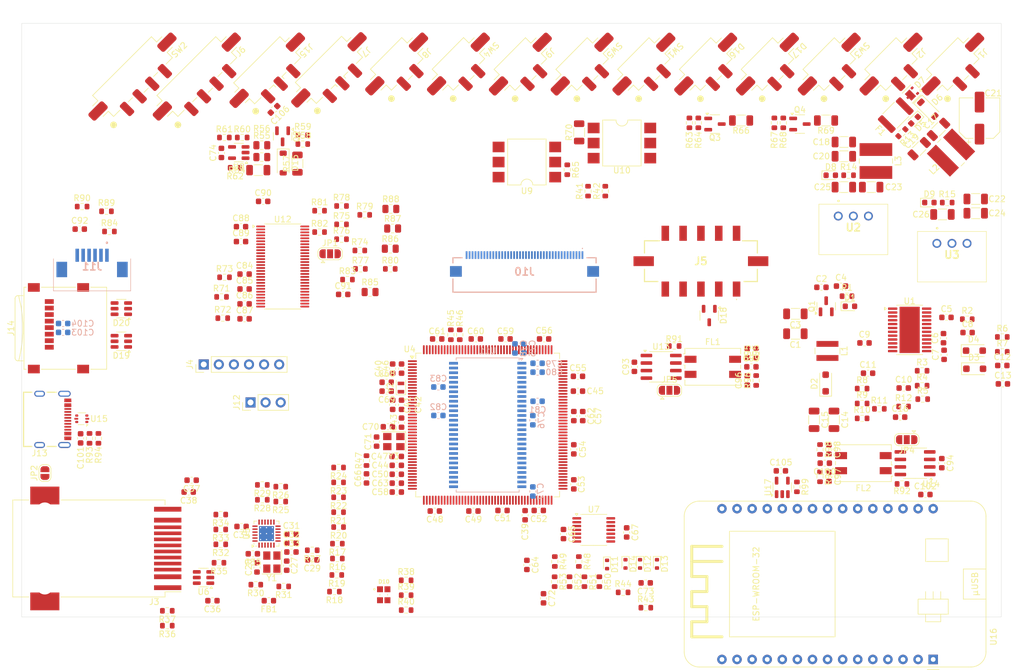
<source format=kicad_pcb>
(kicad_pcb
	(version 20240108)
	(generator "pcbnew")
	(generator_version "8.0")
	(general
		(thickness 1.6)
		(legacy_teardrops no)
	)
	(paper "A4")
	(layers
		(0 "F.Cu" signal)
		(1 "In1.Cu" power)
		(2 "In2.Cu" power)
		(31 "B.Cu" signal)
		(32 "B.Adhes" user "B.Adhesive")
		(33 "F.Adhes" user "F.Adhesive")
		(34 "B.Paste" user)
		(35 "F.Paste" user)
		(36 "B.SilkS" user "B.Silkscreen")
		(37 "F.SilkS" user "F.Silkscreen")
		(38 "B.Mask" user)
		(39 "F.Mask" user)
		(40 "Dwgs.User" user "User.Drawings")
		(41 "Cmts.User" user "User.Comments")
		(42 "Eco1.User" user "User.Eco1")
		(43 "Eco2.User" user "User.Eco2")
		(44 "Edge.Cuts" user)
		(45 "Margin" user)
		(46 "B.CrtYd" user "B.Courtyard")
		(47 "F.CrtYd" user "F.Courtyard")
		(48 "B.Fab" user)
		(49 "F.Fab" user)
		(50 "User.1" user)
		(51 "User.2" user)
		(52 "User.3" user)
		(53 "User.4" user)
		(54 "User.5" user)
		(55 "User.6" user)
		(56 "User.7" user)
		(57 "User.8" user)
		(58 "User.9" user)
	)
	(setup
		(stackup
			(layer "F.SilkS"
				(type "Top Silk Screen")
			)
			(layer "F.Paste"
				(type "Top Solder Paste")
			)
			(layer "F.Mask"
				(type "Top Solder Mask")
				(thickness 0.01)
			)
			(layer "F.Cu"
				(type "copper")
				(thickness 0.035)
			)
			(layer "dielectric 1"
				(type "prepreg")
				(thickness 0.1)
				(material "FR4")
				(epsilon_r 4.5)
				(loss_tangent 0.02)
			)
			(layer "In1.Cu"
				(type "copper")
				(thickness 0.035)
			)
			(layer "dielectric 2"
				(type "core")
				(thickness 1.24)
				(material "FR4")
				(epsilon_r 4.5)
				(loss_tangent 0.02)
			)
			(layer "In2.Cu"
				(type "copper")
				(thickness 0.035)
			)
			(layer "dielectric 3"
				(type "prepreg")
				(thickness 0.1)
				(material "FR4")
				(epsilon_r 4.5)
				(loss_tangent 0.02)
			)
			(layer "B.Cu"
				(type "copper")
				(thickness 0.035)
			)
			(layer "B.Mask"
				(type "Bottom Solder Mask")
				(thickness 0.01)
			)
			(layer "B.Paste"
				(type "Bottom Solder Paste")
			)
			(layer "B.SilkS"
				(type "Bottom Silk Screen")
			)
			(copper_finish "None")
			(dielectric_constraints no)
		)
		(pad_to_mask_clearance 0)
		(allow_soldermask_bridges_in_footprints no)
		(pcbplotparams
			(layerselection 0x00010fc_ffffffff)
			(plot_on_all_layers_selection 0x0000000_00000000)
			(disableapertmacros no)
			(usegerberextensions no)
			(usegerberattributes yes)
			(usegerberadvancedattributes yes)
			(creategerberjobfile yes)
			(dashed_line_dash_ratio 12.000000)
			(dashed_line_gap_ratio 3.000000)
			(svgprecision 4)
			(plotframeref no)
			(viasonmask no)
			(mode 1)
			(useauxorigin no)
			(hpglpennumber 1)
			(hpglpenspeed 20)
			(hpglpendiameter 15.000000)
			(pdf_front_fp_property_popups yes)
			(pdf_back_fp_property_popups yes)
			(dxfpolygonmode yes)
			(dxfimperialunits yes)
			(dxfusepcbnewfont yes)
			(psnegative no)
			(psa4output no)
			(plotreference yes)
			(plotvalue yes)
			(plotfptext yes)
			(plotinvisibletext no)
			(sketchpadsonfab no)
			(subtractmaskfromsilk no)
			(outputformat 1)
			(mirror no)
			(drillshape 1)
			(scaleselection 1)
			(outputdirectory "")
		)
	)
	(net 0 "")
	(net 1 "+3V3_FER")
	(net 2 "Earth")
	(net 3 "/Ethernet/LED_G")
	(net 4 "/Ethernet/LED_Y")
	(net 5 "GND")
	(net 6 "+3V3")
	(net 7 "+5V")
	(net 8 "/Power/3V3_Display")
	(net 9 "Net-(C5-Pad2)")
	(net 10 "Net-(U1-COMP)")
	(net 11 "Net-(U1-C1+)")
	(net 12 "Net-(U1-C1-)")
	(net 13 "Net-(U1-C2+)")
	(net 14 "Net-(U1-C2-)")
	(net 15 "Net-(U1-DRV)")
	(net 16 "Net-(U1-FB1)")
	(net 17 "Net-(U1-REF)")
	(net 18 "Net-(U1-VCOMIN)")
	(net 19 "+24V")
	(net 20 "Net-(U3-VI)")
	(net 21 "Net-(U2-VI)")
	(net 22 "/Peripherals/V_{ref}")
	(net 23 "Net-(D1-A)")
	(net 24 "Net-(D15-K)")
	(net 25 "/IEC_Charging_Circuit/CP")
	(net 26 "/IEC_Charging_Circuit/PP")
	(net 27 "Net-(J10-Pin_1)")
	(net 28 "/Core/EV_Start_Charging")
	(net 29 "/Display/LCD_VGL")
	(net 30 "Net-(Q1-B)")
	(net 31 "Net-(Q2-G)")
	(net 32 "Net-(U1-FB3)")
	(net 33 "Net-(U1-FB2)")
	(net 34 "/IEC_Charging_Circuit/PWM_SENSE")
	(net 35 "/Core/Charging_Point_PWM")
	(net 36 "/Core/~{IMD_Error_LED}")
	(net 37 "/SDRAM/D9")
	(net 38 "/SDRAM/A11")
	(net 39 "/Core/~{AMS_Error_LED}")
	(net 40 "/SDRAM/D0")
	(net 41 "unconnected-(U4B-PC13-Pad8)")
	(net 42 "unconnected-(U4B-PD4-Pad146)")
	(net 43 "/Core/PCAP_RST")
	(net 44 "/Display/B5")
	(net 45 "unconnected-(U4B-PI8-Pad7)")
	(net 46 "/SDRAM/D14")
	(net 47 "/SDRAM/D2")
	(net 48 "/SDRAM/D4")
	(net 49 "/Core/OSC_in")
	(net 50 "/Core/SWCLK")
	(net 51 "unconnected-(U4B-PG3-Pad107)")
	(net 52 "/Display/R2")
	(net 53 "/SDRAM/A3")
	(net 54 "/SDRAM/D13")
	(net 55 "/Core/LCD_Reset")
	(net 56 "/Display/R0")
	(net 57 "/SDRAM/A2")
	(net 58 "/Display/R7")
	(net 59 "/Display/B4")
	(net 60 "/Core/AMS_Reset_in")
	(net 61 "/Core/AMS_Reset_out")
	(net 62 "/Core/SDC_out")
	(net 63 "/SDRAM/A0")
	(net 64 "unconnected-(U4B-PF8-Pad26)")
	(net 65 "/SDRAM/SDNE0")
	(net 66 "/Core/SWDIO")
	(net 67 "/SDRAM/A10")
	(net 68 "unconnected-(U4B-PC10-Pad139)")
	(net 69 "/Display/G0")
	(net 70 "/SDRAM/BA0")
	(net 71 "/Ethernet/RMII_TX_EN")
	(net 72 "/Core/NRST")
	(net 73 "/SDRAM/D12")
	(net 74 "/SDRAM/NBL0")
	(net 75 "/Display/B0")
	(net 76 "unconnected-(U4B-PD3-Pad145)")
	(net 77 "/Display/G2")
	(net 78 "/Display/R1")
	(net 79 "unconnected-(U4B-PI9-Pad11)")
	(net 80 "/SDRAM/SDNWE")
	(net 81 "/Ethernet/RMII_RXD1")
	(net 82 "/SDRAM/A9")
	(net 83 "/SDRAM/D11")
	(net 84 "unconnected-(U4B-PI6-Pad175)")
	(net 85 "/Display/DE")
	(net 86 "/Display/G3")
	(net 87 "/Display/CLK")
	(net 88 "/Peripherals/USART_RX")
	(net 89 "unconnected-(U4B-PB5-Pad163)")
	(net 90 "unconnected-(U4B-PI3-Pad134)")
	(net 91 "/Peripherals/USB_OTG_VBUS")
	(net 92 "/SDRAM/A4")
	(net 93 "/Display/B3")
	(net 94 "/Peripherals/SDMMC_D0")
	(net 95 "/SDRAM/D15")
	(net 96 "/SDRAM/D3")
	(net 97 "/Display/G4")
	(net 98 "/SDRAM/A7")
	(net 99 "/SDRAM/A12")
	(net 100 "Net-(U4F-BOOT0)")
	(net 101 "unconnected-(U4B-PD7-Pad151)")
	(net 102 "/Display/G7")
	(net 103 "/Core/LED_B")
	(net 104 "/Ethernet/RMII_MDIO")
	(net 105 "/Display/G1")
	(net 106 "/Display/R6")
	(net 107 "/SDRAM/D6")
	(net 108 "/SDRAM/A1")
	(net 109 "/SDRAM/D8")
	(net 110 "/Display/B6")
	(net 111 "/Display/R4")
	(net 112 "/Core/OSC_out")
	(net 113 "unconnected-(U4B-PA15-Pad138)")
	(net 114 "/SDRAM/A5")
	(net 115 "/Display/G6")
	(net 116 "/Peripherals/ESP_RX")
	(net 117 "unconnected-(U4B-PF9-Pad27)")
	(net 118 "/Display/G5")
	(net 119 "/Core/LED_G")
	(net 120 "/Display/R5")
	(net 121 "unconnected-(U4B-PE2-Pad1)")
	(net 122 "/Ethernet/RMII_TXD1")
	(net 123 "/SDRAM/D5")
	(net 124 "/Peripherals/SDMMC_CMD")
	(net 125 "/SDRAM/D1")
	(net 126 "Net-(U4A-VREF+)")
	(net 127 "/Display/B1")
	(net 128 "/Display/B7")
	(net 129 "unconnected-(U4B-PD11-Pad99)")
	(net 130 "/Ethernet/RMII_MDC")
	(net 131 "unconnected-(U4B-PE3-Pad2)")
	(net 132 "/Core/OSC32_in")
	(net 133 "/SDRAM/SDCLK")
	(net 134 "/Peripherals/USART_TX")
	(net 135 "unconnected-(U4B-PA10-Pad121)")
	(net 136 "/Core/LED_R")
	(net 137 "/SDRAM/SDCKE0")
	(net 138 "/Ethernet/RMII_RXD0")
	(net 139 "unconnected-(U4B-PC11-Pad140)")
	(net 140 "/Ethernet/RMII_CRS_DV")
	(net 141 "/Core/TRACESWO")
	(net 142 "/Display/HSYNC")
	(net 143 "/Ethernet/RMII_TXD0")
	(net 144 "/SDRAM/D10")
	(net 145 "/SDRAM/SDNCAS")
	(net 146 "/Display/R3")
	(net 147 "/Core/OSC32_out")
	(net 148 "/Display/VSYNC")
	(net 149 "/SDRAM/D7")
	(net 150 "unconnected-(U4B-PG9-Pad152)")
	(net 151 "/SDRAM/BA1")
	(net 152 "/SDRAM/SDNRAS")
	(net 153 "/SDRAM/A6")
	(net 154 "/SDRAM/NBL1")
	(net 155 "/Display/B2")
	(net 156 "/Ethernet/RMII_REF_CLK")
	(net 157 "/SDRAM/A8")
	(net 158 "unconnected-(U4B-PB2-Pad58)")
	(net 159 "/Ethernet/XTAL2")
	(net 160 "/Ethernet/XTAL1")
	(net 161 "/Peripherals/ESP_TX")
	(net 162 "/Peripherals/STM_CAN_TX")
	(net 163 "/Peripherals/STM_CAN_RX")
	(net 164 "/Peripherals/SDMMC_CK")
	(net 165 "/Peripherals/ESP_CAN_RX")
	(net 166 "/SDC_and_SCS/RSD_in")
	(net 167 "/SDC_and_SCS/RSD_out")
	(net 168 "/Core/CANH")
	(net 169 "/Core/CANL")
	(net 170 "/Peripherals/ESP_CAN_TX")
	(net 171 "/Display/LCD_VGH")
	(net 172 "Net-(D5-A)")
	(net 173 "Net-(D9-A)")
	(net 174 "/Core/SDC_in")
	(net 175 "Net-(Q3-G)")
	(net 176 "Net-(Q4-G)")
	(net 177 "/Core/SDC_enable")
	(net 178 "/Display/I2C_SDA")
	(net 179 "/Display/I2C_SCL")
	(net 180 "/Display/LCD_SELB")
	(net 181 "VDD")
	(net 182 "/Display/LCD_STBYB")
	(net 183 "Net-(J1-Pin_1)")
	(net 184 "/Display/LCD_U{slash}D")
	(net 185 "/Display/LCD_L{slash}R")
	(net 186 "/Display/RXIN0-")
	(net 187 "/Display/RXCLKIN+")
	(net 188 "/Display/RXIN0+")
	(net 189 "/Display/RXIN2-")
	(net 190 "/Display/RXIN1-")
	(net 191 "/Display/RXIN2+")
	(net 192 "/Display/RXIN3+")
	(net 193 "/Display/RXIN3-")
	(net 194 "/Display/RXIN1+")
	(net 195 "/Display/RXCLKIN-")
	(net 196 "Net-(J2-Pin_1)")
	(net 197 "Net-(U4F-PDR_ON)")
	(net 198 "/Peripherals/SDMMC_D1")
	(net 199 "/Peripherals/SDMMC_D2")
	(net 200 "/Peripherals/SDMMC_D3")
	(net 201 "/Core/SDC_Voltage")
	(net 202 "/Core/TSAL_Green")
	(net 203 "/Core/TS_on")
	(net 204 "/Peripherals/USB_OTG_DP")
	(net 205 "/Peripherals/USB_OTG_DN")
	(net 206 "/Peripherals/D-")
	(net 207 "/Peripherals/D+")
	(net 208 "/Core/PCAP_Int")
	(net 209 "/Display/LCD_VDD")
	(net 210 "/Core/Encoder_push")
	(net 211 "/Core/Encoder_A")
	(net 212 "/Core/Encoder_B")
	(net 213 "/Ethernet/RXN")
	(net 214 "/Ethernet/TXN")
	(net 215 "/Ethernet/RXP")
	(net 216 "/Ethernet/TXP")
	(net 217 "/Core/SDC_on")
	(net 218 "/Core/EncB_on")
	(net 219 "/Core/EncPush_on")
	(net 220 "/Core/EncA_on")
	(net 221 "Net-(D16-A)")
	(net 222 "Net-(D16-K)")
	(net 223 "Net-(D17-K)")
	(net 224 "Net-(D17-A)")
	(net 225 "/Display/LCD_AVDD")
	(net 226 "/Display/VCOM")
	(net 227 "Net-(D6-K)")
	(net 228 "unconnected-(U4B-PH9-Pad86)")
	(net 229 "unconnected-(U4B-PH6-Pad83)")
	(net 230 "unconnected-(U4B-PH7-Pad84)")
	(net 231 "Net-(D3-A)")
	(net 232 "Net-(U5-~{RST})")
	(net 233 "Net-(U5-VDDCR)")
	(net 234 "Net-(C39-Pad1)")
	(net 235 "Net-(C45-Pad1)")
	(net 236 "Net-(D11-K)")
	(net 237 "Net-(D12-K)")
	(net 238 "Net-(D13-K)")
	(net 239 "Net-(D14-K)")
	(net 240 "Net-(U15-VBUS)")
	(net 241 "Net-(D2-A)")
	(net 242 "Net-(D8-A)")
	(net 243 "Net-(D10-BK)")
	(net 244 "Net-(D10-GK)")
	(net 245 "Net-(D10-RK)")
	(net 246 "Net-(D11-A)")
	(net 247 "Net-(U13-CANH)")
	(net 248 "Net-(U13-CANL)")
	(net 249 "Net-(U14-CANH)")
	(net 250 "Net-(U14-CANL)")
	(net 251 "Net-(J3-Pad11)")
	(net 252 "Net-(J3-Pad2)")
	(net 253 "unconnected-(J3-NC-Pad9)")
	(net 254 "Net-(J5-Pin_2)")
	(net 255 "Net-(J8-Pin_1)")
	(net 256 "unconnected-(J10-Pin_27-Pad27)")
	(net 257 "unconnected-(J10-Pin_36-Pad36)")
	(net 258 "Net-(J10-Pin_35)")
	(net 259 "unconnected-(J10-Pin_24-Pad24)")
	(net 260 "unconnected-(J10-Pin_26-Pad26)")
	(net 261 "unconnected-(J10-Pin_4-Pad4)")
	(net 262 "Net-(J10-Pin_38)")
	(net 263 "unconnected-(J10-Pin_23-Pad23)")
	(net 264 "Net-(J10-Pin_29)")
	(net 265 "unconnected-(J10-Pin_37-Pad37)")
	(net 266 "unconnected-(J13-SBU2-PadB8)")
	(net 267 "unconnected-(J13-SBU1-PadA8)")
	(net 268 "unconnected-(J13-CC2-PadB5)")
	(net 269 "unconnected-(J13-CC1-PadA5)")
	(net 270 "Net-(J15-Pin_2)")
	(net 271 "Net-(JP4-C)")
	(net 272 "Net-(JP5-C)")
	(net 273 "Net-(R3-Pad2)")
	(net 274 "Net-(R8-Pad2)")
	(net 275 "Net-(U5-TXD0)")
	(net 276 "Net-(U5-TXD1)")
	(net 277 "Net-(U5-TXEN)")
	(net 278 "Net-(U5-RXD0{slash}MODE0)")
	(net 279 "Net-(U5-RXD1{slash}MODE1)")
	(net 280 "Net-(U5-CRS_DV{slash}MODE2)")
	(net 281 "Net-(U5-MDIO)")
	(net 282 "Net-(U5-MDC)")
	(net 283 "Net-(U5-~{INT}{slash}REFCLKO)")
	(net 284 "Net-(U5-RXER{slash}PHYAD0)")
	(net 285 "Net-(U5-RBIAS)")
	(net 286 "Net-(U8--)")
	(net 287 "Net-(R62-Pad1)")
	(net 288 "Net-(R65-Pad1)")
	(net 289 "Net-(R70-Pad2)")
	(net 290 "Net-(U12-CLKSEL)")
	(net 291 "Net-(U12-~{SHTDN})")
	(net 292 "Net-(R74-Pad2)")
	(net 293 "Net-(R75-Pad2)")
	(net 294 "Net-(U13-Rs)")
	(net 295 "Net-(U14-Rs)")
	(net 296 "Net-(U16-D21)")
	(net 297 "unconnected-(U7-Pad12)")
	(net 298 "unconnected-(U7-Pad10)")
	(net 299 "unconnected-(U9-Pad3)")
	(net 300 "unconnected-(U10-Pad3)")
	(net 301 "unconnected-(U10-Pad5)")
	(net 302 "unconnected-(U11-NC-Pad40)")
	(net 303 "unconnected-(U16-D26-Pad7)")
	(net 304 "unconnected-(U16-D2-Pad27)")
	(net 305 "unconnected-(U16-VIN-Pad1)")
	(net 306 "unconnected-(U16-D34-Pad12)")
	(net 307 "unconnected-(U16-D39{slash}VN-Pad13)")
	(net 308 "unconnected-(U16-D19-Pad21)")
	(net 309 "unconnected-(U16-D36{slash}VP-Pad14)")
	(net 310 "unconnected-(U16-TX0{slash}D1-Pad18)")
	(net 311 "unconnected-(U16-D14-Pad5)")
	(net 312 "unconnected-(U16-D25-Pad8)")
	(net 313 "unconnected-(U16-D15-Pad28)")
	(net 314 "unconnected-(U16-D13-Pad3)")
	(net 315 "unconnected-(U16-D23-Pad16)")
	(net 316 "unconnected-(U16-D27-Pad6)")
	(net 317 "unconnected-(U16-EN-Pad15)")
	(net 318 "unconnected-(U16-D33-Pad9)")
	(net 319 "unconnected-(U16-D22-Pad17)")
	(net 320 "unconnected-(U16-D35-Pad11)")
	(net 321 "unconnected-(U16-D18-Pad22)")
	(net 322 "unconnected-(U16-D12-Pad4)")
	(net 323 "unconnected-(U16-D32-Pad10)")
	(net 324 "unconnected-(U16-RX0{slash}D3-Pad19)")
	(net 325 "unconnected-(U17-NC-Pad1)")
	(footprint "Capacitor_SMD:C_1206_3216Metric" (layer "F.Cu") (at 218 61.8 45))
	(footprint "Capacitor_SMD:C_0603_1608Metric" (layer "F.Cu") (at 206.1375 102.875))
	(footprint "Package_SO:SOIC-8_3.9x4.9mm_P1.27mm" (layer "F.Cu") (at 214.05 118.04 180))
	(footprint "Resistor_SMD:R_0603_1608Metric" (layer "F.Cu") (at 73.825 74.8))
	(footprint "Resistor_SMD:R_0603_1608Metric" (layer "F.Cu") (at 107.265 121.99 180))
	(footprint "Capacitor_SMD:C_0603_1608Metric" (layer "F.Cu") (at 104.3 73.925))
	(footprint "Capacitor_SMD:C_1206_3216Metric" (layer "F.Cu") (at 224.26 75.925))
	(footprint "Capacitor_SMD:C_0603_1608Metric" (layer "F.Cu") (at 154.862501 129.975 -90))
	(footprint "Resistor_SMD:R_0603_1608Metric" (layer "F.Cu") (at 120.675 85.3))
	(footprint "Capacitor_SMD:C_0603_1608Metric" (layer "F.Cu") (at 211.5375 110.275))
	(footprint "Charger:ESP32-WROOM-32-DevKit-30Pin" (layer "F.Cu") (at 217.1 151.1 90))
	(footprint "Capacitor_SMD:C_0603_1608Metric" (layer "F.Cu") (at 112.565 134.32 180))
	(footprint "Inductor_SMD:L_Wuerth_WE-PD2-Typ-MS" (layer "F.Cu") (at 207.46 67.125 -90))
	(footprint "Package_TO_SOT_SMD:SOT-23-3" (layer "F.Cu") (at 194.6625 60.9))
	(footprint "Resistor_SMD:R_0603_1608Metric" (layer "F.Cu") (at 97.165 131.71 180))
	(footprint "Package_DIP:SMDIP-6_W9.53mm" (layer "F.Cu") (at 148.7 67.3 180))
	(footprint "FaSTTUBe_connectors:Micro_Mate-N-Lok_2p_vertical" (layer "F.Cu") (at 220.4 50.8 -135))
	(footprint "Resistor_SMD:R_0603_1608Metric" (layer "F.Cu") (at 187.3 99.5 90))
	(footprint "Diode_SMD:D_SOD-123" (layer "F.Cu") (at 216.2 58.4 -45))
	(footprint "Inductor_SMD:L_0603_1608Metric" (layer "F.Cu") (at 105.265 141.2 180))
	(footprint "Resistor_SMD:R_0603_1608Metric" (layer "F.Cu") (at 75.07 113.85 -90))
	(footprint "Inductor_SMD:L_Wuerth_WE-PD2-Typ-MS" (layer "F.Cu") (at 220.1 65.7 45))
	(footprint "LED_SMD:LED_0603_1608Metric" (layer "F.Cu") (at 213.956847 60.243153 -135))
	(footprint "Capacitor_SMD:CP_Elec_6.3x7.7" (layer "F.Cu") (at 224.9 59.9 90))
	(footprint "Capacitor_SMD:C_0603_1608Metric" (layer "F.Cu") (at 199.55 115.73 90))
	(footprint "LED_SMD:LED_0603_1608Metric" (layer "F.Cu") (at 203.0875 91.6))
	(footprint "Resistor_SMD:R_0603_1608Metric" (layer "F.Cu") (at 88.165 145.41 180))
	(footprint "Resistor_SMD:R_0603_1608Metric" (layer "F.Cu") (at 176.0625 60.7 90))
	(footprint "Capacitor_SMD:C_1206_3216Metric" (layer "F.Cu") (at 193.9 92.875 180))
	(footprint "Resistor_SMD:R_0603_1608Metric" (layer "F.Cu") (at 228.7375 96.765))
	(footprint "Resistor_SMD:R_0603_1608Metric" (layer "F.Cu") (at 191.8625 60.7 -90))
	(footprint "Capacitor_SMD:C_0603_1608Metric" (layer "F.Cu") (at 126.8 116.9))
	(footprint "Charger:173010542" (layer "F.Cu") (at 203.66 78.325))
	(footprint "FaSTTUBe_connectors:Micro_Mate-N-Lok_2p_vertical" (layer "F.Cu") (at 137.178751 50.778751 -135))
	(footprint "Resistor_SMD:R_0603_1608Metric" (layer "F.Cu") (at 110.975 64.265))
	(footprint "Capacitor_SMD:C_0603_1608Metric"
		(layer "F.Cu")
		(uuid "28ea0114-3445-4003-a16e-c38a1a69cde6")
		(at 140.1 97.1 180)
		(descr "Capacitor SMD 0603 (1608 Metric), square (rectangular) end terminal, IPC_7351 nominal, (Body size source: IPC-SM-782 page 76, https://www.pcb-3d.com/wordpress/wp-content/uploads/ipc-sm-782a_amendment_1_and_2.pdf), generated with kicad-footprint-generator")
		(tags "capacitor")
		(property "Reference" "C60"
			(at 0 1.3 0)
			(layer "F.SilkS")
			(uuid "9a62170b-9a8b-4deb-b1de-e79f8a9e44c4")
			(effects
				(font
					(size 1 1)
					(thickness 0.15)
				)
			)
		)
		(property "Value" "100n"
			(at 0 1.43 0)
			(layer "F.Fab")
			(uuid "5969b7c5-c183-4897-b287-c82d0f25fdd4")
			(effects
				(font
					(size 1 1)
					(thickness 0.15)
				)
			)
		)
		(property "Footprint" "Capacitor_SMD:C_0603_1608Metric"
			(at 0 0 180)
			(unlocked yes)
			(layer "F.Fab")
			(hide yes)
			(uuid "b9386bc7-3a05-4dd9-967f-8641ec60dd01")
			(effects
				(font
					(size 1.27 1.27)
					(thickness 0.15)
				)
			)
		)
		(property "Datasheet" ""
			(at 0 0 180)
			(unlocked yes)
			(layer "F.Fab")
			(hide yes)
			(uuid "84e85bd6-2dc0-4bde-ae9e-c181eddd5322")
			(effects
				(font
					(size 1.27 1.27)
					(thickness 0.15)
				)
			)
		)
		(property "Description" "Unpolarized capacitor, small symbol"
			(at 0 0 180)
			(unlocked yes)
			(layer "F.Fab")
			(hide yes)
			(uuid "320ea036-0e33-4075-b35e-dce689f6e45f")
			(effects
				(font
					(size 1.27 1.27)
					(thickness 0.15)
				)
			)
		)
		(property ki_fp_filters "C_*")
		(path "/486f4a0e-b8d5-42cd-a726-c7aa5b0383fd/0b089ced-1b70-49d3-8c5b-9a0a708b43c9")
		(sheetname "Core")
		(sheetfile "Core.kicad_sch")
		(attr smd)
		(fp_line
			(start -0.14058 0.51)
			(end 0.14058 0.51)
			(stroke
				(width 0.12)
				(type solid)
			)
			(layer "F.SilkS")
			(uuid "5908c737-e654-4d8b-869e-4cbd6fa48f74")
		)
		(fp_line
			(start -0.14058 -0.51)
			(end 0.14058 -0.51)
			(stroke
				(width 0.12)
				(type solid)
			)
			(layer "F.SilkS")
			(uuid "21936a69-a291-407b-aade-58c664b2b69c")
		)
		(fp_line
			(start 1.48 0.73)
			(end -1.48 0.73)
			(stroke
				(width 0.05)
				(type solid)
			)
			(layer "F.CrtYd")
			(uuid "cd09d169-1626-4f93-824c-014d970abe1c")
		)
		(fp_line
			(start 1.48 -0.73)
			(end 1.48 0.73)
			(stroke
				(width 0.05)
				(type solid)
			)
			(layer "F.CrtYd")
			(uuid "7a7706de-12a9-4907-8474-ae30f16cf0a5")
		)
		(fp_line
			(start -1.48 0.73)
			(end -1.48 -0.73)
			(stroke
				(width 0.05)
				(type solid)
			)
			(layer "F.CrtYd")
			(uuid "97b6de68-d574-493b-94e0-d427f05ad253")
		)
		(fp_line
			(start -1.48 -0.73)
			(end 1.48 -0.73)
			(stroke
				(width 0.05)
				(type solid)
			)
			(layer "F.CrtYd")
			(uuid "0b000af4-2928-4d9d-b324-c7cc1e7703f4")
		)
		(fp_line
			(start 0.8 0.4)
			(end -0.8 0.4)
			(stroke
				(width 0.1)
				(type solid)
			)
			(layer "F.Fab")
			(uuid "616b8b12-5c8c-447d-abf1-5f379a8a0eef")
		)
		(fp_line
			(start 0.8 -0.4)
			(end 0.8 0.4)
			(stroke
				(width 0.1)
				(type solid)
			)
			(layer "F.Fab")
			(uuid "537514d2-d8a2-4ab4-8f3b-8db7ee3bac0e")
		)
		(fp_line
			(start -0.8 0.4)
			(end -0.8 -0.4)
			(stroke
				(width 0.1)
				(type solid)
			)
			(layer "F.Fab")
			(uuid "71815efb-cdda-4966-9f18-fb7383d450dc")
		)
		(fp_line
			(start -0.8 -0.4)
	
... [1260490 chars truncated]
</source>
